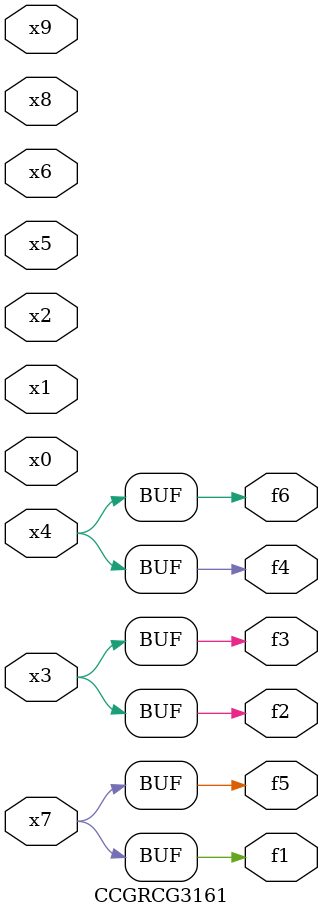
<source format=v>
module CCGRCG3161(
	input x0, x1, x2, x3, x4, x5, x6, x7, x8, x9,
	output f1, f2, f3, f4, f5, f6
);
	assign f1 = x7;
	assign f2 = x3;
	assign f3 = x3;
	assign f4 = x4;
	assign f5 = x7;
	assign f6 = x4;
endmodule

</source>
